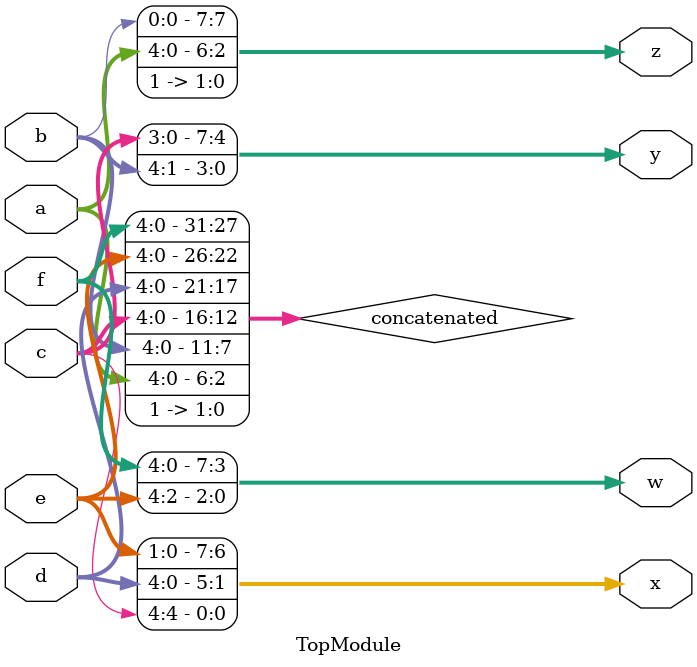
<source format=sv>

module TopModule (
  input [4:0] a,
  input [4:0] b,
  input [4:0] c,
  input [4:0] d,
  input [4:0] e,
  input [4:0] f,
  output [7:0] w,
  output [7:0] x,
  output [7:0] y,
  output [7:0] z
);

  // Concatenate all inputs and add two 1 bits at the end
  wire [31:0] concatenated = {f, e, d, c, b, a, 2'b11};
  
  // Split the 32-bit concatenated value into four 8-bit outputs
  assign w = concatenated[31:24];
  assign x = concatenated[23:16];
  assign y = concatenated[15:8];
  assign z = concatenated[7:0];

endmodule

</source>
